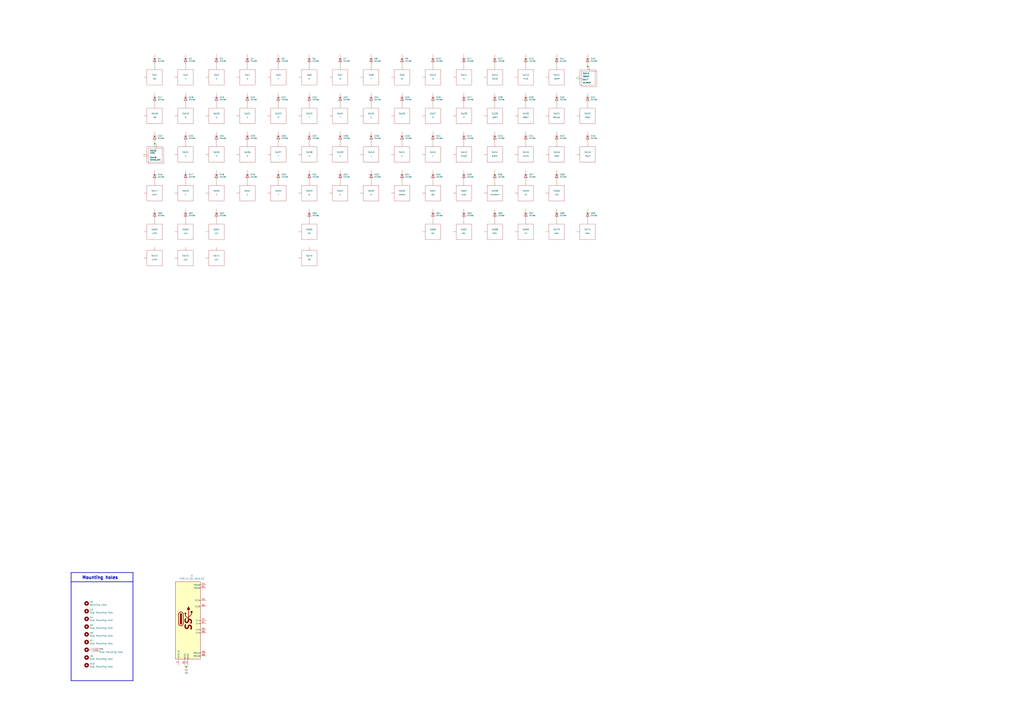
<source format=kicad_sch>
(kicad_sch (version 20200618) (host eeschema "(5.99.0-2039-g05a89863c)")
  (page 1 1)
  (paper "A1")
  (title_block (title "Anticheww") (date "2020-07-03") (rev "V2.0.1") (company "Designed by Gondolindrim") (comment 1 "In partnership with Chewwy"))
  (junction (at 127 118.11))
  (junction (at 153.035 548.005))
  (junction (at 482.6 54.61))
  (wire (pts (xy 118.11 127) (xy 118.11 128.27)))
  (wire (pts (xy 118.11 128.27) (xy 119.38 128.27)))
  (wire (pts (xy 127 44.45) (xy 127 45.72)))
  (wire (pts (xy 127 53.34) (xy 127 54.61)))
  (wire (pts (xy 127 76.2) (xy 127 77.47)))
  (wire (pts (xy 127 85.09) (xy 127 86.36)))
  (wire (pts (xy 127 107.95) (xy 127 109.22)))
  (wire (pts (xy 127 116.84) (xy 127 118.11)))
  (wire (pts (xy 127 118.11) (xy 128.27 118.11)))
  (wire (pts (xy 127 139.7) (xy 127 140.97)))
  (wire (pts (xy 127 148.59) (xy 127 149.86)))
  (wire (pts (xy 127 171.45) (xy 127 172.72)))
  (wire (pts (xy 127 180.34) (xy 127 181.61)))
  (wire (pts (xy 128.27 118.11) (xy 128.27 119.38)))
  (wire (pts (xy 151.765 546.735) (xy 151.765 548.005)))
  (wire (pts (xy 151.765 548.005) (xy 153.035 548.005)))
  (wire (pts (xy 152.4 44.45) (xy 152.4 45.72)))
  (wire (pts (xy 152.4 53.34) (xy 152.4 54.61)))
  (wire (pts (xy 152.4 76.2) (xy 152.4 77.47)))
  (wire (pts (xy 152.4 85.09) (xy 152.4 86.36)))
  (wire (pts (xy 152.4 107.95) (xy 152.4 109.22)))
  (wire (pts (xy 152.4 116.84) (xy 152.4 118.11)))
  (wire (pts (xy 152.4 139.7) (xy 152.4 140.97)))
  (wire (pts (xy 152.4 148.59) (xy 152.4 149.86)))
  (wire (pts (xy 152.4 171.45) (xy 152.4 172.72)))
  (wire (pts (xy 152.4 180.34) (xy 152.4 181.61)))
  (wire (pts (xy 153.035 548.005) (xy 153.035 549.275)))
  (wire (pts (xy 153.035 548.005) (xy 154.305 548.005)))
  (wire (pts (xy 154.305 548.005) (xy 154.305 546.735)))
  (wire (pts (xy 177.8 44.45) (xy 177.8 45.72)))
  (wire (pts (xy 177.8 53.34) (xy 177.8 54.61)))
  (wire (pts (xy 177.8 76.2) (xy 177.8 77.47)))
  (wire (pts (xy 177.8 85.09) (xy 177.8 86.36)))
  (wire (pts (xy 177.8 107.95) (xy 177.8 109.22)))
  (wire (pts (xy 177.8 116.84) (xy 177.8 118.11)))
  (wire (pts (xy 177.8 139.7) (xy 177.8 140.97)))
  (wire (pts (xy 177.8 148.59) (xy 177.8 149.86)))
  (wire (pts (xy 177.8 171.45) (xy 177.8 172.72)))
  (wire (pts (xy 177.8 180.34) (xy 177.8 181.61)))
  (wire (pts (xy 203.2 44.45) (xy 203.2 45.72)))
  (wire (pts (xy 203.2 53.34) (xy 203.2 54.61)))
  (wire (pts (xy 203.2 76.2) (xy 203.2 77.47)))
  (wire (pts (xy 203.2 85.09) (xy 203.2 86.36)))
  (wire (pts (xy 203.2 107.95) (xy 203.2 109.22)))
  (wire (pts (xy 203.2 116.84) (xy 203.2 118.11)))
  (wire (pts (xy 203.2 139.7) (xy 203.2 140.97)))
  (wire (pts (xy 203.2 148.59) (xy 203.2 149.86)))
  (wire (pts (xy 228.6 44.45) (xy 228.6 45.72)))
  (wire (pts (xy 228.6 53.34) (xy 228.6 54.61)))
  (wire (pts (xy 228.6 76.2) (xy 228.6 77.47)))
  (wire (pts (xy 228.6 85.09) (xy 228.6 86.36)))
  (wire (pts (xy 228.6 107.95) (xy 228.6 109.22)))
  (wire (pts (xy 228.6 116.84) (xy 228.6 118.11)))
  (wire (pts (xy 228.6 139.7) (xy 228.6 140.97)))
  (wire (pts (xy 228.6 148.59) (xy 228.6 149.86)))
  (wire (pts (xy 254 44.45) (xy 254 45.72)))
  (wire (pts (xy 254 53.34) (xy 254 54.61)))
  (wire (pts (xy 254 76.2) (xy 254 77.47)))
  (wire (pts (xy 254 85.09) (xy 254 86.36)))
  (wire (pts (xy 254 107.95) (xy 254 109.22)))
  (wire (pts (xy 254 116.84) (xy 254 118.11)))
  (wire (pts (xy 254 139.7) (xy 254 140.97)))
  (wire (pts (xy 254 148.59) (xy 254 149.86)))
  (wire (pts (xy 254 171.45) (xy 254 172.72)))
  (wire (pts (xy 254 180.34) (xy 254 181.61)))
  (wire (pts (xy 279.4 44.45) (xy 279.4 45.72)))
  (wire (pts (xy 279.4 53.34) (xy 279.4 54.61)))
  (wire (pts (xy 279.4 76.2) (xy 279.4 77.47)))
  (wire (pts (xy 279.4 85.09) (xy 279.4 86.36)))
  (wire (pts (xy 279.4 107.95) (xy 279.4 109.22)))
  (wire (pts (xy 279.4 116.84) (xy 279.4 118.11)))
  (wire (pts (xy 279.4 139.7) (xy 279.4 140.97)))
  (wire (pts (xy 279.4 148.59) (xy 279.4 149.86)))
  (wire (pts (xy 304.8 44.45) (xy 304.8 45.72)))
  (wire (pts (xy 304.8 53.34) (xy 304.8 54.61)))
  (wire (pts (xy 304.8 76.2) (xy 304.8 77.47)))
  (wire (pts (xy 304.8 85.09) (xy 304.8 86.36)))
  (wire (pts (xy 304.8 107.95) (xy 304.8 109.22)))
  (wire (pts (xy 304.8 116.84) (xy 304.8 118.11)))
  (wire (pts (xy 304.8 139.7) (xy 304.8 140.97)))
  (wire (pts (xy 304.8 148.59) (xy 304.8 149.86)))
  (wire (pts (xy 330.2 44.45) (xy 330.2 45.72)))
  (wire (pts (xy 330.2 53.34) (xy 330.2 54.61)))
  (wire (pts (xy 330.2 76.2) (xy 330.2 77.47)))
  (wire (pts (xy 330.2 85.09) (xy 330.2 86.36)))
  (wire (pts (xy 330.2 107.95) (xy 330.2 109.22)))
  (wire (pts (xy 330.2 116.84) (xy 330.2 118.11)))
  (wire (pts (xy 330.2 139.7) (xy 330.2 140.97)))
  (wire (pts (xy 330.2 148.59) (xy 330.2 149.86)))
  (wire (pts (xy 355.6 44.45) (xy 355.6 45.72)))
  (wire (pts (xy 355.6 53.34) (xy 355.6 54.61)))
  (wire (pts (xy 355.6 76.2) (xy 355.6 77.47)))
  (wire (pts (xy 355.6 85.09) (xy 355.6 86.36)))
  (wire (pts (xy 355.6 107.95) (xy 355.6 109.22)))
  (wire (pts (xy 355.6 116.84) (xy 355.6 118.11)))
  (wire (pts (xy 355.6 139.7) (xy 355.6 140.97)))
  (wire (pts (xy 355.6 148.59) (xy 355.6 149.86)))
  (wire (pts (xy 355.6 171.45) (xy 355.6 172.72)))
  (wire (pts (xy 355.6 180.34) (xy 355.6 181.61)))
  (wire (pts (xy 381 44.45) (xy 381 45.72)))
  (wire (pts (xy 381 53.34) (xy 381 54.61)))
  (wire (pts (xy 381 76.2) (xy 381 77.47)))
  (wire (pts (xy 381 85.09) (xy 381 86.36)))
  (wire (pts (xy 381 107.95) (xy 381 109.22)))
  (wire (pts (xy 381 116.84) (xy 381 118.11)))
  (wire (pts (xy 381 139.7) (xy 381 140.97)))
  (wire (pts (xy 381 148.59) (xy 381 149.86)))
  (wire (pts (xy 381 171.45) (xy 381 172.72)))
  (wire (pts (xy 381 180.34) (xy 381 181.61)))
  (wire (pts (xy 406.4 44.45) (xy 406.4 45.72)))
  (wire (pts (xy 406.4 53.34) (xy 406.4 54.61)))
  (wire (pts (xy 406.4 76.2) (xy 406.4 77.47)))
  (wire (pts (xy 406.4 85.09) (xy 406.4 86.36)))
  (wire (pts (xy 406.4 107.95) (xy 406.4 109.22)))
  (wire (pts (xy 406.4 116.84) (xy 406.4 118.11)))
  (wire (pts (xy 406.4 139.7) (xy 406.4 140.97)))
  (wire (pts (xy 406.4 148.59) (xy 406.4 149.86)))
  (wire (pts (xy 406.4 171.45) (xy 406.4 172.72)))
  (wire (pts (xy 406.4 180.34) (xy 406.4 181.61)))
  (wire (pts (xy 431.8 44.45) (xy 431.8 45.72)))
  (wire (pts (xy 431.8 53.34) (xy 431.8 54.61)))
  (wire (pts (xy 431.8 76.2) (xy 431.8 77.47)))
  (wire (pts (xy 431.8 85.09) (xy 431.8 86.36)))
  (wire (pts (xy 431.8 107.95) (xy 431.8 109.22)))
  (wire (pts (xy 431.8 116.84) (xy 431.8 118.11)))
  (wire (pts (xy 431.8 139.7) (xy 431.8 140.97)))
  (wire (pts (xy 431.8 148.59) (xy 431.8 149.86)))
  (wire (pts (xy 431.8 171.45) (xy 431.8 172.72)))
  (wire (pts (xy 431.8 180.34) (xy 431.8 181.61)))
  (wire (pts (xy 457.2 44.45) (xy 457.2 45.72)))
  (wire (pts (xy 457.2 53.34) (xy 457.2 54.61)))
  (wire (pts (xy 457.2 76.2) (xy 457.2 77.47)))
  (wire (pts (xy 457.2 85.09) (xy 457.2 86.36)))
  (wire (pts (xy 457.2 107.95) (xy 457.2 109.22)))
  (wire (pts (xy 457.2 116.84) (xy 457.2 118.11)))
  (wire (pts (xy 457.2 139.7) (xy 457.2 140.97)))
  (wire (pts (xy 457.2 148.59) (xy 457.2 149.86)))
  (wire (pts (xy 457.2 171.45) (xy 457.2 172.72)))
  (wire (pts (xy 457.2 180.34) (xy 457.2 181.61)))
  (wire (pts (xy 473.71 63.5) (xy 473.71 64.77)))
  (wire (pts (xy 473.71 64.77) (xy 474.98 64.77)))
  (wire (pts (xy 482.6 44.45) (xy 482.6 45.72)))
  (wire (pts (xy 482.6 53.34) (xy 482.6 54.61)))
  (wire (pts (xy 482.6 54.61) (xy 483.87 54.61)))
  (wire (pts (xy 482.6 76.2) (xy 482.6 77.47)))
  (wire (pts (xy 482.6 85.09) (xy 482.6 86.36)))
  (wire (pts (xy 482.6 107.95) (xy 482.6 109.22)))
  (wire (pts (xy 482.6 116.84) (xy 482.6 118.11)))
  (wire (pts (xy 482.6 171.45) (xy 482.6 172.72)))
  (wire (pts (xy 482.6 180.34) (xy 482.6 181.61)))
  (wire (pts (xy 483.87 54.61) (xy 483.87 55.88)))
  (polyline (pts (xy 58.42 470.535) (xy 109.22 470.535)) (stroke (width 0.508) (type solid)))
  (polyline (pts (xy 58.42 478.155) (xy 109.22 478.155)) (stroke (width 0.508) (type solid)))
  (polyline (pts (xy 58.42 559.435) (xy 58.42 470.535)) (stroke (width 0.508) (type solid)))
  (polyline (pts (xy 109.22 470.535) (xy 109.22 559.435)) (stroke (width 0.508) (type solid)))
  (polyline (pts (xy 109.22 478.155) (xy 109.22 477.52)) (stroke (width 0) (type solid)))
  (polyline (pts (xy 109.22 559.435) (xy 58.42 559.435)) (stroke (width 0.508) (type solid)))
  (text "Mounting holes" (at 67.31 476.25 0) (effects (font (size 2.54 2.54) (thickness 0.508) bold) (justify left bottom)))
  (global_label "CASE" (shape input) (at 74.93 534.035 0))
  (symbol (lib_id "power:GND") (at 153.035 549.275 0) (unit 1)
    (property "Reference" "#PWR0101" (effects hide))
    (property "Value" "GND" (at 153.035 553.085 0) (effects (font (size 0.762 0.762))))
  )
  (symbol (lib_id "Mechanical:MountingHole") (at 71.12 495.935 0) (unit 1) (in_bom no)
    (property "Reference" "H2" (at 73.66 494.7666 0) (effects (justify left)))
    (property "Value" "Mounting Hole" (at 73.66 497.078 0) (effects (justify left)))
    (property "Footprint" "acheron_MountingHoles:MountingHole_Oval_7mm_5.0x2.5mm_Leafspring" (effects hide))
  )
  (symbol (lib_id "Mechanical:MountingHole") (at 71.12 502.285 0) (unit 1) (in_bom no)
    (property "Reference" "H3" (at 73.66 501.1166 0) (effects (justify left)))
    (property "Value" "Oval Mounting Hole" (at 73.66 503.428 0) (effects (justify left)))
    (property "Footprint" "acheron_MountingHoles:MountingHole_Oval_7mm_5.0x2.5mm_Leafspring" (effects hide))
  )
  (symbol (lib_id "Mechanical:MountingHole") (at 71.12 508.635 0) (unit 1) (in_bom no)
    (property "Reference" "H4" (at 73.66 507.4666 0) (effects (justify left)))
    (property "Value" "Oval Mounting Hole" (at 73.66 509.778 0) (effects (justify left)))
    (property "Footprint" "acheron_MountingHoles:MountingHole_Oval_7mm_5.0x2.5mm_Leafspring" (effects hide))
  )
  (symbol (lib_id "Mechanical:MountingHole") (at 71.12 514.985 0) (unit 1) (in_bom no)
    (property "Reference" "H5" (at 73.66 513.8166 0) (effects (justify left)))
    (property "Value" "Oval Mounting Hole" (at 73.66 516.128 0) (effects (justify left)))
    (property "Footprint" "acheron_MountingHoles:MountingHole_Oval_7mm_5.0x2.5mm_Leafspring" (effects hide))
  )
  (symbol (lib_id "Mechanical:MountingHole") (at 71.12 521.335 0) (unit 1) (in_bom no)
    (property "Reference" "H6" (at 73.66 520.1666 0) (effects (justify left)))
    (property "Value" "Oval Mounting Hole" (at 73.66 522.478 0) (effects (justify left)))
    (property "Footprint" "acheron_MountingHoles:MountingHole_Oval_7mm_5.0x2.5mm_Leafspring" (effects hide))
  )
  (symbol (lib_id "Mechanical:MountingHole") (at 71.12 527.685 0) (unit 1) (in_bom no)
    (property "Reference" "H7" (at 73.66 526.5166 0) (effects (justify left)))
    (property "Value" "Oval Mounting Hole" (at 73.66 528.828 0) (effects (justify left)))
    (property "Footprint" "acheron_MountingHoles:MountingHole_Oval_7mm_5.0x2.5mm_Leafspring" (effects hide))
  )
  (symbol (lib_id "Mechanical:MountingHole") (at 71.12 540.385 0) (unit 1) (in_bom no)
    (property "Reference" "H9" (at 73.66 539.2166 0) (effects (justify left)))
    (property "Value" "Oval Mounting Hole" (at 73.66 541.528 0) (effects (justify left)))
    (property "Footprint" "acheron_MountingHoles:MountingHole_Oval_7mm_5.0x2.5mm_Leafspring" (effects hide))
  )
  (symbol (lib_id "Mechanical:MountingHole") (at 71.12 546.735 0) (unit 1) (in_bom no)
    (property "Reference" "H10" (at 73.66 545.5666 0) (effects (justify left)))
    (property "Value" "Oval Mounting Hole" (at 73.66 547.878 0) (effects (justify left)))
    (property "Footprint" "acheron_MountingHoles:MountingHole_Oval_7mm_5.0x2.5mm_Leafspring" (effects hide))
  )
  (symbol (lib_id "Mechanical:MountingHole_Pad") (at 72.39 534.035 90) (unit 1) (in_bom no)
    (property "Reference" "H8" (at 81.915 533.4 90) (effects (justify right)))
    (property "Value" "Oval Mounting Hole" (at 81.915 535.94 90) (effects (justify right)))
    (property "Footprint" "acheron_MountingHoles:MountingHole_Oval_7mm_5.0x2.5mm_Leafspring" (effects hide))
  )
  (symbol (lib_id "Device:D") (at 127 49.53 270) (unit 1)
    (property "Reference" "D1" (at 129.54 48.26 90) (effects (justify left)))
    (property "Value" "1N4148W" (at 129.54 50.165 90) (effects (font (size 0.762 0.762)) (justify left)))
    (property "Footprint" "acheron_Components:D_SOD-123" (effects hide))
    (property "Package" "SOD-123" (effects hide))
  )
  (symbol (lib_id "Device:D") (at 127 81.28 270) (unit 1)
    (property "Reference" "D17" (at 129.54 80.01 90) (effects (justify left)))
    (property "Value" "1N4148W" (at 129.54 81.915 90) (effects (font (size 0.762 0.762)) (justify left)))
    (property "Footprint" "acheron_Components:D_SOD-123" (effects hide))
    (property "Package" "SOD-123" (effects hide))
  )
  (symbol (lib_id "Device:D") (at 127 113.03 270) (unit 1)
    (property "Reference" "D32" (at 129.54 111.76 90) (effects (justify left)))
    (property "Value" "1N4148W" (at 129.54 113.665 90) (effects (font (size 0.762 0.762)) (justify left)))
    (property "Footprint" "acheron_Components:D_SOD-123" (effects hide))
    (property "Package" "SOD-123" (effects hide))
  )
  (symbol (lib_id "Device:D") (at 127 144.78 270) (unit 1)
    (property "Reference" "D46" (at 129.54 143.51 90) (effects (justify left)))
    (property "Value" "1N4148W" (at 129.54 145.415 90) (effects (font (size 0.762 0.762)) (justify left)))
    (property "Footprint" "acheron_Components:D_SOD-123" (effects hide))
    (property "Package" "SOD-123" (effects hide))
  )
  (symbol (lib_id "Device:D") (at 127 176.53 270) (unit 1)
    (property "Reference" "D60" (at 129.54 175.26 90) (effects (justify left)))
    (property "Value" "1N4148W" (at 129.54 177.165 90) (effects (font (size 0.762 0.762)) (justify left)))
    (property "Footprint" "acheron_Components:D_SOD-123" (effects hide))
    (property "Package" "SOD-123" (effects hide))
  )
  (symbol (lib_id "Device:D") (at 152.4 49.53 270) (unit 1)
    (property "Reference" "D2" (at 154.94 48.26 90) (effects (justify left)))
    (property "Value" "1N4148W" (at 154.94 50.165 90) (effects (font (size 0.762 0.762)) (justify left)))
    (property "Footprint" "acheron_Components:D_SOD-123" (effects hide))
    (property "Package" "SOD-123" (effects hide))
  )
  (symbol (lib_id "Device:D") (at 152.4 81.28 270) (unit 1)
    (property "Reference" "D18" (at 154.94 80.01 90) (effects (justify left)))
    (property "Value" "1N4148W" (at 154.94 81.915 90) (effects (font (size 0.762 0.762)) (justify left)))
    (property "Footprint" "acheron_Components:D_SOD-123" (effects hide))
    (property "Package" "SOD-123" (effects hide))
  )
  (symbol (lib_id "Device:D") (at 152.4 113.03 270) (unit 1)
    (property "Reference" "D33" (at 154.94 111.76 90) (effects (justify left)))
    (property "Value" "1N4148W" (at 154.94 113.665 90) (effects (font (size 0.762 0.762)) (justify left)))
    (property "Footprint" "acheron_Components:D_SOD-123" (effects hide))
    (property "Package" "SOD-123" (effects hide))
  )
  (symbol (lib_id "Device:D") (at 152.4 144.78 270) (unit 1)
    (property "Reference" "D47" (at 154.94 143.51 90) (effects (justify left)))
    (property "Value" "1N4148W" (at 154.94 145.415 90) (effects (font (size 0.762 0.762)) (justify left)))
    (property "Footprint" "acheron_Components:D_SOD-123" (effects hide))
    (property "Package" "SOD-123" (effects hide))
  )
  (symbol (lib_id "Device:D") (at 152.4 176.53 270) (unit 1)
    (property "Reference" "D61" (at 154.94 175.26 90) (effects (justify left)))
    (property "Value" "1N4148W" (at 154.94 177.165 90) (effects (font (size 0.762 0.762)) (justify left)))
    (property "Footprint" "acheron_Components:D_SOD-123" (effects hide))
    (property "Package" "SOD-123" (effects hide))
  )
  (symbol (lib_id "Device:D") (at 177.8 49.53 270) (unit 1)
    (property "Reference" "D3" (at 180.34 48.26 90) (effects (justify left)))
    (property "Value" "1N4148W" (at 180.34 50.165 90) (effects (font (size 0.762 0.762)) (justify left)))
    (property "Footprint" "acheron_Components:D_SOD-123" (effects hide))
    (property "Package" "SOD-123" (effects hide))
  )
  (symbol (lib_id "Device:D") (at 177.8 81.28 270) (unit 1)
    (property "Reference" "D19" (at 180.34 80.01 90) (effects (justify left)))
    (property "Value" "1N4148W" (at 180.34 81.915 90) (effects (font (size 0.762 0.762)) (justify left)))
    (property "Footprint" "acheron_Components:D_SOD-123" (effects hide))
    (property "Package" "SOD-123" (effects hide))
  )
  (symbol (lib_id "Device:D") (at 177.8 113.03 270) (unit 1)
    (property "Reference" "D34" (at 180.34 111.76 90) (effects (justify left)))
    (property "Value" "1N4148W" (at 180.34 113.665 90) (effects (font (size 0.762 0.762)) (justify left)))
    (property "Footprint" "acheron_Components:D_SOD-123" (effects hide))
    (property "Package" "SOD-123" (effects hide))
  )
  (symbol (lib_id "Device:D") (at 177.8 144.78 270) (unit 1)
    (property "Reference" "D48" (at 180.34 143.51 90) (effects (justify left)))
    (property "Value" "1N4148W" (at 180.34 145.415 90) (effects (font (size 0.762 0.762)) (justify left)))
    (property "Footprint" "acheron_Components:D_SOD-123" (effects hide))
    (property "Package" "SOD-123" (effects hide))
  )
  (symbol (lib_id "Device:D") (at 177.8 176.53 270) (unit 1)
    (property "Reference" "D62" (at 180.34 175.26 90) (effects (justify left)))
    (property "Value" "1N4148W" (at 180.34 177.165 90) (effects (font (size 0.762 0.762)) (justify left)))
    (property "Footprint" "acheron_Components:D_SOD-123" (effects hide))
    (property "Package" "SOD-123" (effects hide))
  )
  (symbol (lib_id "Device:D") (at 203.2 49.53 270) (unit 1)
    (property "Reference" "D4" (at 205.74 48.26 90) (effects (justify left)))
    (property "Value" "1N4148W" (at 205.74 50.165 90) (effects (font (size 0.762 0.762)) (justify left)))
    (property "Footprint" "acheron_Components:D_SOD-123" (effects hide))
    (property "Package" "SOD-123" (effects hide))
  )
  (symbol (lib_id "Device:D") (at 203.2 81.28 270) (unit 1)
    (property "Reference" "D20" (at 205.74 80.01 90) (effects (justify left)))
    (property "Value" "1N4148W" (at 205.74 81.915 90) (effects (font (size 0.762 0.762)) (justify left)))
    (property "Footprint" "acheron_Components:D_SOD-123" (effects hide))
    (property "Package" "SOD-123" (effects hide))
  )
  (symbol (lib_id "Device:D") (at 203.2 113.03 270) (unit 1)
    (property "Reference" "D35" (at 205.74 111.76 90) (effects (justify left)))
    (property "Value" "1N4148W" (at 205.74 113.665 90) (effects (font (size 0.762 0.762)) (justify left)))
    (property "Footprint" "acheron_Components:D_SOD-123" (effects hide))
    (property "Package" "SOD-123" (effects hide))
  )
  (symbol (lib_id "Device:D") (at 203.2 144.78 270) (unit 1)
    (property "Reference" "D49" (at 205.74 143.51 90) (effects (justify left)))
    (property "Value" "1N4148W" (at 205.74 145.415 90) (effects (font (size 0.762 0.762)) (justify left)))
    (property "Footprint" "acheron_Components:D_SOD-123" (effects hide))
    (property "Package" "SOD-123" (effects hide))
  )
  (symbol (lib_id "Device:D") (at 228.6 49.53 270) (unit 1)
    (property "Reference" "D5" (at 231.14 48.26 90) (effects (justify left)))
    (property "Value" "1N4148W" (at 231.14 50.165 90) (effects (font (size 0.762 0.762)) (justify left)))
    (property "Footprint" "acheron_Components:D_SOD-123" (effects hide))
    (property "Package" "SOD-123" (effects hide))
  )
  (symbol (lib_id "Device:D") (at 228.6 81.28 270) (unit 1)
    (property "Reference" "D21" (at 231.14 80.01 90) (effects (justify left)))
    (property "Value" "1N4148W" (at 231.14 81.915 90) (effects (font (size 0.762 0.762)) (justify left)))
    (property "Footprint" "acheron_Components:D_SOD-123" (effects hide))
    (property "Package" "SOD-123" (effects hide))
  )
  (symbol (lib_id "Device:D") (at 228.6 113.03 270) (unit 1)
    (property "Reference" "D36" (at 231.14 111.76 90) (effects (justify left)))
    (property "Value" "1N4148W" (at 231.14 113.665 90) (effects (font (size 0.762 0.762)) (justify left)))
    (property "Footprint" "acheron_Components:D_SOD-123" (effects hide))
    (property "Package" "SOD-123" (effects hide))
  )
  (symbol (lib_id "Device:D") (at 228.6 144.78 270) (unit 1)
    (property "Reference" "D50" (at 231.14 143.51 90) (effects (justify left)))
    (property "Value" "1N4148W" (at 231.14 145.415 90) (effects (font (size 0.762 0.762)) (justify left)))
    (property "Footprint" "acheron_Components:D_SOD-123" (effects hide))
    (property "Package" "SOD-123" (effects hide))
  )
  (symbol (lib_id "Device:D") (at 254 49.53 270) (unit 1)
    (property "Reference" "D6" (at 256.54 48.26 90) (effects (justify left)))
    (property "Value" "1N4148W" (at 256.54 50.165 90) (effects (font (size 0.762 0.762)) (justify left)))
    (property "Footprint" "acheron_Components:D_SOD-123" (effects hide))
    (property "Package" "SOD-123" (effects hide))
  )
  (symbol (lib_id "Device:D") (at 254 81.28 270) (unit 1)
    (property "Reference" "D22" (at 256.54 80.01 90) (effects (justify left)))
    (property "Value" "1N4148W" (at 256.54 81.915 90) (effects (font (size 0.762 0.762)) (justify left)))
    (property "Footprint" "acheron_Components:D_SOD-123" (effects hide))
    (property "Package" "SOD-123" (effects hide))
  )
  (symbol (lib_id "Device:D") (at 254 113.03 270) (unit 1)
    (property "Reference" "D37" (at 256.54 111.76 90) (effects (justify left)))
    (property "Value" "1N4148W" (at 256.54 113.665 90) (effects (font (size 0.762 0.762)) (justify left)))
    (property "Footprint" "acheron_Components:D_SOD-123" (effects hide))
    (property "Package" "SOD-123" (effects hide))
  )
  (symbol (lib_id "Device:D") (at 254 144.78 270) (unit 1)
    (property "Reference" "D51" (at 256.54 143.51 90) (effects (justify left)))
    (property "Value" "1N4148W" (at 256.54 145.415 90) (effects (font (size 0.762 0.762)) (justify left)))
    (property "Footprint" "acheron_Components:D_SOD-123" (effects hide))
    (property "Package" "SOD-123" (effects hide))
  )
  (symbol (lib_id "Device:D") (at 254 176.53 270) (unit 1)
    (property "Reference" "D63" (at 256.54 175.26 90) (effects (justify left)))
    (property "Value" "1N4148W" (at 256.54 177.165 90) (effects (font (size 0.762 0.762)) (justify left)))
    (property "Footprint" "acheron_Components:D_SOD-123" (effects hide))
    (property "Package" "SOD-123" (effects hide))
  )
  (symbol (lib_id "Device:D") (at 279.4 49.53 270) (unit 1)
    (property "Reference" "D7" (at 281.94 48.26 90) (effects (justify left)))
    (property "Value" "1N4148W" (at 281.94 50.165 90) (effects (font (size 0.762 0.762)) (justify left)))
    (property "Footprint" "acheron_Components:D_SOD-123" (effects hide))
    (property "Package" "SOD-123" (effects hide))
  )
  (symbol (lib_id "Device:D") (at 279.4 81.28 270) (unit 1)
    (property "Reference" "D23" (at 281.94 80.01 90) (effects (justify left)))
    (property "Value" "1N4148W" (at 281.94 81.915 90) (effects (font (size 0.762 0.762)) (justify left)))
    (property "Footprint" "acheron_Components:D_SOD-123" (effects hide))
    (property "Package" "SOD-123" (effects hide))
  )
  (symbol (lib_id "Device:D") (at 279.4 113.03 270) (unit 1)
    (property "Reference" "D38" (at 281.94 111.76 90) (effects (justify left)))
    (property "Value" "1N4148W" (at 281.94 113.665 90) (effects (font (size 0.762 0.762)) (justify left)))
    (property "Footprint" "acheron_Components:D_SOD-123" (effects hide))
    (property "Package" "SOD-123" (effects hide))
  )
  (symbol (lib_id "Device:D") (at 279.4 144.78 270) (unit 1)
    (property "Reference" "D52" (at 281.94 143.51 90) (effects (justify left)))
    (property "Value" "1N4148W" (at 281.94 145.415 90) (effects (font (size 0.762 0.762)) (justify left)))
    (property "Footprint" "acheron_Components:D_SOD-123" (effects hide))
    (property "Package" "SOD-123" (effects hide))
  )
  (symbol (lib_id "Device:D") (at 304.8 49.53 270) (unit 1)
    (property "Reference" "D8" (at 307.34 48.26 90) (effects (justify left)))
    (property "Value" "1N4148W" (at 307.34 50.165 90) (effects (font (size 0.762 0.762)) (justify left)))
    (property "Footprint" "acheron_Components:D_SOD-123" (effects hide))
    (property "Package" "SOD-123" (effects hide))
  )
  (symbol (lib_id "Device:D") (at 304.8 81.28 270) (unit 1)
    (property "Reference" "D24" (at 307.34 80.01 90) (effects (justify left)))
    (property "Value" "1N4148W" (at 307.34 81.915 90) (effects (font (size 0.762 0.762)) (justify left)))
    (property "Footprint" "acheron_Components:D_SOD-123" (effects hide))
    (property "Package" "SOD-123" (effects hide))
  )
  (symbol (lib_id "Device:D") (at 304.8 113.03 270) (unit 1)
    (property "Reference" "D39" (at 307.34 111.76 90) (effects (justify left)))
    (property "Value" "1N4148W" (at 307.34 113.665 90) (effects (font (size 0.762 0.762)) (justify left)))
    (property "Footprint" "acheron_Components:D_SOD-123" (effects hide))
    (property "Package" "SOD-123" (effects hide))
  )
  (symbol (lib_id "Device:D") (at 304.8 144.78 270) (unit 1)
    (property "Reference" "D53" (at 307.34 143.51 90) (effects (justify left)))
    (property "Value" "1N4148W" (at 307.34 145.415 90) (effects (font (size 0.762 0.762)) (justify left)))
    (property "Footprint" "acheron_Components:D_SOD-123" (effects hide))
    (property "Package" "SOD-123" (effects hide))
  )
  (symbol (lib_id "Device:D") (at 330.2 49.53 270) (unit 1)
    (property "Reference" "D9" (at 332.74 48.26 90) (effects (justify left)))
    (property "Value" "1N4148W" (at 332.74 50.165 90) (effects (font (size 0.762 0.762)) (justify left)))
    (property "Footprint" "acheron_Components:D_SOD-123" (effects hide))
    (property "Package" "SOD-123" (effects hide))
  )
  (symbol (lib_id "Device:D") (at 330.2 81.28 270) (unit 1)
    (property "Reference" "D25" (at 332.74 80.01 90) (effects (justify left)))
    (property "Value" "1N4148W" (at 332.74 81.915 90) (effects (font (size 0.762 0.762)) (justify left)))
    (property "Footprint" "acheron_Components:D_SOD-123" (effects hide))
    (property "Package" "SOD-123" (effects hide))
  )
  (symbol (lib_id "Device:D") (at 330.2 113.03 270) (unit 1)
    (property "Reference" "D40" (at 332.74 111.76 90) (effects (justify left)))
    (property "Value" "1N4148W" (at 332.74 113.665 90) (effects (font (size 0.762 0.762)) (justify left)))
    (property "Footprint" "acheron_Components:D_SOD-123" (effects hide))
    (property "Package" "SOD-123" (effects hide))
  )
  (symbol (lib_id "Device:D") (at 330.2 144.78 270) (unit 1)
    (property "Reference" "D54" (at 332.74 143.51 90) (effects (justify left)))
    (property "Value" "1N4148W" (at 332.74 145.415 90) (effects (font (size 0.762 0.762)) (justify left)))
    (property "Footprint" "acheron_Components:D_SOD-123" (effects hide))
    (property "Package" "SOD-123" (effects hide))
  )
  (symbol (lib_id "Device:D") (at 355.6 49.53 270) (unit 1)
    (property "Reference" "D10" (at 358.14 48.26 90) (effects (justify left)))
    (property "Value" "1N4148W" (at 358.14 50.165 90) (effects (font (size 0.762 0.762)) (justify left)))
    (property "Footprint" "acheron_Components:D_SOD-123" (effects hide))
    (property "Package" "SOD-123" (effects hide))
  )
  (symbol (lib_id "Device:D") (at 355.6 81.28 270) (unit 1)
    (property "Reference" "D26" (at 358.14 80.01 90) (effects (justify left)))
    (property "Value" "1N4148W" (at 358.14 81.915 90) (effects (font (size 0.762 0.762)) (justify left)))
    (property "Footprint" "acheron_Components:D_SOD-123" (effects hide))
    (property "Package" "SOD-123" (effects hide))
  )
  (symbol (lib_id "Device:D") (at 355.6 113.03 270) (unit 1)
    (property "Reference" "D41" (at 358.14 111.76 90) (effects (justify left)))
    (property "Value" "1N4148W" (at 358.14 113.665 90) (effects (font (size 0.762 0.762)) (justify left)))
    (property "Footprint" "acheron_Components:D_SOD-123" (effects hide))
    (property "Package" "SOD-123" (effects hide))
  )
  (symbol (lib_id "Device:D") (at 355.6 144.78 270) (unit 1)
    (property "Reference" "D55" (at 358.14 143.51 90) (effects (justify left)))
    (property "Value" "1N4148W" (at 358.14 145.415 90) (effects (font (size 0.762 0.762)) (justify left)))
    (property "Footprint" "acheron_Components:D_SOD-123" (effects hide))
    (property "Package" "SOD-123" (effects hide))
  )
  (symbol (lib_id "Device:D") (at 355.6 176.53 270) (unit 1)
    (property "Reference" "D64" (at 358.14 175.26 90) (effects (justify left)))
    (property "Value" "1N4148W" (at 358.14 177.165 90) (effects (font (size 0.762 0.762)) (justify left)))
    (property "Footprint" "acheron_Components:D_SOD-123" (effects hide))
    (property "Package" "SOD-123" (effects hide))
  )
  (symbol (lib_id "Device:D") (at 381 49.53 270) (unit 1)
    (property "Reference" "D11" (at 383.54 48.26 90) (effects (justify left)))
    (property "Value" "1N4148W" (at 383.54 50.165 90) (effects (font (size 0.762 0.762)) (justify left)))
    (property "Footprint" "acheron_Components:D_SOD-123" (effects hide))
    (property "Package" "SOD-123" (effects hide))
  )
  (symbol (lib_id "Device:D") (at 381 81.28 270) (unit 1)
    (property "Reference" "D27" (at 383.54 80.01 90) (effects (justify left)))
    (property "Value" "1N4148W" (at 383.54 81.915 90) (effects (font (size 0.762 0.762)) (justify left)))
    (property "Footprint" "acheron_Components:D_SOD-123" (effects hide))
    (property "Package" "SOD-123" (effects hide))
  )
  (symbol (lib_id "Device:D") (at 381 113.03 270) (unit 1)
    (property "Reference" "D42" (at 383.54 111.76 90) (effects (justify left)))
    (property "Value" "1N4148W" (at 383.54 113.665 90) (effects (font (size 0.762 0.762)) (justify left)))
    (property "Footprint" "acheron_Components:D_SOD-123" (effects hide))
    (property "Package" "SOD-123" (effects hide))
  )
  (symbol (lib_id "Device:D") (at 381 144.78 270) (unit 1)
    (property "Reference" "D59" (at 383.54 143.51 90) (effects (justify left)))
    (property "Value" "1N4148W" (at 383.54 145.415 90) (effects (font (size 0.762 0.762)) (justify left)))
    (property "Footprint" "acheron_Components:D_SOD-123" (effects hide))
    (property "Package" "SOD-123" (effects hide))
  )
  (symbol (lib_id "Device:D") (at 381 176.53 270) (unit 1)
    (property "Reference" "D65" (at 383.54 175.26 90) (effects (justify left)))
    (property "Value" "1N4148W" (at 383.54 177.165 90) (effects (font (size 0.762 0.762)) (justify left)))
    (property "Footprint" "acheron_Components:D_SOD-123" (effects hide))
    (property "Package" "SOD-123" (effects hide))
  )
  (symbol (lib_id "Device:D") (at 406.4 49.53 270) (unit 1)
    (property "Reference" "D12" (at 408.94 48.26 90) (effects (justify left)))
    (property "Value" "1N4148W" (at 408.94 50.165 90) (effects (font (size 0.762 0.762)) (justify left)))
    (property "Footprint" "acheron_Components:D_SOD-123" (effects hide))
    (property "Package" "SOD-123" (effects hide))
  )
  (symbol (lib_id "Device:D") (at 406.4 81.28 270) (unit 1)
    (property "Reference" "D28" (at 408.94 80.01 90) (effects (justify left)))
    (property "Value" "1N4148W" (at 408.94 81.915 90) (effects (font (size 0.762 0.762)) (justify left)))
    (property "Footprint" "acheron_Components:D_SOD-123" (effects hide))
    (property "Package" "SOD-123" (effects hide))
  )
  (symbol (lib_id "Device:D") (at 406.4 113.03 270) (unit 1)
    (property "Reference" "D43" (at 408.94 111.76 90) (effects (justify left)))
    (property "Value" "1N4148W" (at 408.94 113.665 90) (effects (font (size 0.762 0.762)) (justify left)))
    (property "Footprint" "acheron_Components:D_SOD-123" (effects hide))
    (property "Package" "SOD-123" (effects hide))
  )
  (symbol (lib_id "Device:D") (at 406.4 144.78 270) (unit 1)
    (property "Reference" "D56" (at 408.94 143.51 90) (effects (justify left)))
    (property "Value" "1N4148W" (at 408.94 145.415 90) (effects (font (size 0.762 0.762)) (justify left)))
    (property "Footprint" "acheron_Components:D_SOD-123" (effects hide))
    (property "Package" "SOD-123" (effects hide))
  )
  (symbol (lib_id "Device:D") (at 406.4 176.53 270) (unit 1)
    (property "Reference" "D66" (at 408.94 175.26 90) (effects (justify left)))
    (property "Value" "1N4148W" (at 408.94 177.165 90) (effects (font (size 0.762 0.762)) (justify left)))
    (property "Footprint" "acheron_Components:D_SOD-123" (effects hide))
    (property "Package" "SOD-123" (effects hide))
  )
  (symbol (lib_id "Device:D") (at 431.8 49.53 270) (unit 1)
    (property "Reference" "D13" (at 434.34 48.26 90) (effects (justify left)))
    (property "Value" "1N4148W" (at 434.34 50.165 90) (effects (font (size 0.762 0.762)) (justify left)))
    (property "Footprint" "acheron_Components:D_SOD-123" (effects hide))
    (property "Package" "SOD-123" (effects hide))
  )
  (symbol (lib_id "Device:D") (at 431.8 81.28 270) (unit 1)
    (property "Reference" "D29" (at 434.34 80.01 90) (effects (justify left)))
    (property "Value" "1N4148W" (at 434.34 81.915 90) (effects (font (size 0.762 0.762)) (justify left)))
    (property "Footprint" "acheron_Components:D_SOD-123" (effects hide))
    (property "Package" "SOD-123" (effects hide))
  )
  (symbol (lib_id "Device:D") (at 431.8 113.03 270) (unit 1)
    (property "Reference" "D44" (at 434.34 111.76 90) (effects (justify left)))
    (property "Value" "1N4148W" (at 434.34 113.665 90) (effects (font (size 0.762 0.762)) (justify left)))
    (property "Footprint" "acheron_Components:D_SOD-123" (effects hide))
    (property "Package" "SOD-123" (effects hide))
  )
  (symbol (lib_id "Device:D") (at 431.8 144.78 270) (unit 1)
    (property "Reference" "D57" (at 434.34 143.51 90) (effects (justify left)))
    (property "Value" "1N4148W" (at 434.34 145.415 90) (effects (font (size 0.762 0.762)) (justify left)))
    (property "Footprint" "acheron_Components:D_SOD-123" (effects hide))
    (property "Package" "SOD-123" (effects hide))
  )
  (symbol (lib_id "Device:D") (at 431.8 176.53 270) (unit 1)
    (property "Reference" "D67" (at 434.34 175.26 90) (effects (justify left)))
    (property "Value" "1N4148W" (at 434.34 177.165 90) (effects (font (size 0.762 0.762)) (justify left)))
    (property "Footprint" "acheron_Components:D_SOD-123" (effects hide))
    (property "Package" "SOD-123" (effects hide))
  )
  (symbol (lib_id "Device:D") (at 457.2 49.53 270) (unit 1)
    (property "Reference" "D14" (at 459.74 48.26 90) (effects (justify left)))
    (property "Value" "1N4148W" (at 459.74 50.165 90) (effects (font (size 0.762 0.762)) (justify left)))
    (property "Footprint" "acheron_Components:D_SOD-123" (effects hide))
    (property "Package" "SOD-123" (effects hide))
  )
  (symbol (lib_id "Device:D") (at 457.2 81.28 270) (unit 1)
    (property "Reference" "D30" (at 459.74 80.01 90) (effects (justify left)))
    (property "Value" "1N4148W" (at 459.74 81.915 90) (effects (font (size 0.762 0.762)) (justify left)))
    (property "Footprint" "acheron_Components:D_SOD-123" (effects hide))
    (property "Package" "SOD-123" (effects hide))
  )
  (symbol (lib_id "Device:D") (at 457.2 113.03 270) (unit 1)
    (property "Reference" "D45" (at 459.74 111.76 90) (effects (justify left)))
    (property "Value" "1N4148W" (at 459.74 113.665 90) (effects (font (size 0.762 0.762)) (justify left)))
    (property "Footprint" "acheron_Components:D_SOD-123" (effects hide))
    (property "Package" "SOD-123" (effects hide))
  )
  (symbol (lib_id "Device:D") (at 457.2 144.78 270) (unit 1)
    (property "Reference" "D58" (at 459.74 143.51 90) (effects (justify left)))
    (property "Value" "1N4148W" (at 459.74 145.415 90) (effects (font (size 0.762 0.762)) (justify left)))
    (property "Footprint" "acheron_Components:D_SOD-123" (effects hide))
    (property "Package" "SOD-123" (effects hide))
  )
  (symbol (lib_id "Device:D") (at 457.2 176.53 270) (unit 1)
    (property "Reference" "D68" (at 459.74 175.26 90) (effects (justify left)))
    (property "Value" "1N4148W" (at 459.74 177.165 90) (effects (font (size 0.762 0.762)) (justify left)))
    (property "Footprint" "acheron_Components:D_SOD-123" (effects hide))
    (property "Package" "SOD-123" (effects hide))
  )
  (symbol (lib_id "Device:D") (at 482.6 49.53 270) (unit 1)
    (property "Reference" "D15" (at 485.14 48.26 90) (effects (justify left)))
    (property "Value" "1N4148W" (at 485.14 50.165 90) (effects (font (size 0.762 0.762)) (justify left)))
    (property "Footprint" "acheron_Components:D_SOD-123" (effects hide))
    (property "Package" "SOD-123" (effects hide))
  )
  (symbol (lib_id "Device:D") (at 482.6 81.28 270) (unit 1)
    (property "Reference" "D31" (at 485.14 80.01 90) (effects (justify left)))
    (property "Value" "1N4148W" (at 485.14 81.915 90) (effects (font (size 0.762 0.762)) (justify left)))
    (property "Footprint" "acheron_Components:D_SOD-123" (effects hide))
    (property "Package" "SOD-123" (effects hide))
  )
  (symbol (lib_id "Device:D") (at 482.6 113.03 270) (unit 1)
    (property "Reference" "D16" (at 485.14 111.76 90) (effects (justify left)))
    (property "Value" "1N4148W" (at 485.14 113.665 90) (effects (font (size 0.762 0.762)) (justify left)))
    (property "Footprint" "acheron_Components:D_SOD-123" (effects hide))
    (property "Package" "SOD-123" (effects hide))
  )
  (symbol (lib_id "Device:D") (at 482.6 176.53 270) (unit 1)
    (property "Reference" "D69" (at 485.14 175.26 90) (effects (justify left)))
    (property "Value" "1N4148W" (at 485.14 177.165 90) (effects (font (size 0.762 0.762)) (justify left)))
    (property "Footprint" "acheron_Components:D_SOD-123" (effects hide))
    (property "Package" "SOD-123" (effects hide))
  )
  (symbol (lib_id "acheronSymbols:MXSwitch") (at 127 63.5 0) (unit 1) (in_bom no)
    (property "Reference" "SW1" (at 127 61.595 0))
    (property "Value" "ESC" (at 127 64.77 0) (effects (font (size 0.9906 0.9906))))
    (property "Footprint" "acheron_MX_SolderMask:MX100" (effects hide))
  )
  (symbol (lib_id "acheronSymbols:MXSwitch") (at 127 95.25 0) (unit 1) (in_bom no)
    (property "Reference" "SW18" (at 127 93.345 0))
    (property "Value" "TAB" (at 127 96.52 0) (effects (font (size 0.9906 0.9906))))
    (property "Footprint" "acheron_MX_SolderMask:MX150" (effects hide))
  )
  (symbol (lib_id "acheronSymbols:MXSwitch") (at 127 127 0) (unit 1) (in_bom no)
    (property "Reference" "SW33" (at 123.19 123.825 0) (effects (justify left)))
    (property "Value" "CAPS" (at 123.19 125.73 0) (effects (font (size 0.9906 0.9906)) (justify left)))
    (property "Footprint" "acheron_MX_SolderMask:MX175" (effects hide))
  )
  (symbol (lib_id "acheronSymbols:MXSwitch") (at 127 158.75 0) (unit 1) (in_bom no)
    (property "Reference" "SW47" (at 127 156.845 0))
    (property "Value" "LSHFT" (at 127 160.02 0) (effects (font (size 0.9906 0.9906))))
    (property "Footprint" "acheron_MX_SolderMask:MX225" (effects hide))
  )
  (symbol (lib_id "acheronSymbols:MXSwitch") (at 127 190.5 0) (unit 1) (in_bom no)
    (property "Reference" "SW62" (at 127 188.595 0))
    (property "Value" "LCTRL" (at 127 191.77 0) (effects (font (size 0.9906 0.9906))))
    (property "Footprint" "acheron_MX_SolderMask:MX125" (effects hide))
  )
  (symbol (lib_id "acheronSymbols:MXSwitch") (at 127 212.09 0) (unit 1) (in_bom no)
    (property "Reference" "SW72" (at 127 210.185 0))
    (property "Value" "LCTRL" (at 127 213.36 0) (effects (font (size 0.9906 0.9906))))
    (property "Footprint" "acheron_MX_SolderMask:MX150" (effects hide))
  )
  (symbol (lib_id "acheronSymbols:MXSwitch") (at 128.27 128.27 0) (unit 1) (in_bom no)
    (property "Reference" "SW48" (at 123.19 129.54 0) (effects (justify left)))
    (property "Value" "STEPPED_CAPS" (at 123.19 131.445 0) (effects (font (size 0.762 0.762)) (justify left)))
    (property "Footprint" "acheron_MX_SolderMask:MX125" (effects hide))
  )
  (symbol (lib_id "acheronSymbols:MXSwitch") (at 152.4 63.5 0) (unit 1) (in_bom no)
    (property "Reference" "SW2" (at 152.4 61.595 0))
    (property "Value" "1" (at 152.4 64.77 0) (effects (font (size 0.9906 0.9906))))
    (property "Footprint" "acheron_MX_SolderMask:MX100" (effects hide))
  )
  (symbol (lib_id "acheronSymbols:MXSwitch") (at 152.4 95.25 0) (unit 1) (in_bom no)
    (property "Reference" "SW19" (at 152.4 93.345 0))
    (property "Value" "Q" (at 152.4 96.52 0) (effects (font (size 0.9906 0.9906))))
    (property "Footprint" "acheron_MX_SolderMask:MX100" (effects hide))
  )
  (symbol (lib_id "acheronSymbols:MXSwitch") (at 152.4 127 0) (unit 1) (in_bom no)
    (property "Reference" "SW34" (at 152.4 125.095 0))
    (property "Value" "A" (at 152.4 128.27 0) (effects (font (size 0.9906 0.9906))))
    (property "Footprint" "acheron_MX_SolderMask:MX100" (effects hide))
  )
  (symbol (lib_id "acheronSymbols:MXSwitch") (at 152.4 158.75 0) (unit 1) (in_bom no)
    (property "Reference" "SW49" (at 152.4 156.845 0))
    (property "Value" "Z" (at 152.4 160.02 0) (effects (font (size 0.9906 0.9906))))
    (property "Footprint" "acheron_MX_SolderMask:MX100" (effects hide))
  )
  (symbol (lib_id "acheronSymbols:MXSwitch") (at 152.4 190.5 0) (unit 1) (in_bom no)
    (property "Reference" "SW63" (at 152.4 188.595 0))
    (property "Value" "LGUI" (at 152.4 191.77 0) (effects (font (size 0.9906 0.9906))))
    (property "Footprint" "acheron_MX_SolderMask:MX125" (effects hide))
  )
  (symbol (lib_id "acheronSymbols:MXSwitch") (at 152.4 212.09 0) (unit 1) (in_bom no)
    (property "Reference" "SW73" (at 152.4 210.185 0))
    (property "Value" "LGUI" (at 152.4 213.36 0) (effects (font (size 0.9906 0.9906))))
    (property "Footprint" "acheron_MX_SolderMask:MX100" (effects hide))
  )
  (symbol (lib_id "acheronSymbols:MXSwitch") (at 177.8 63.5 0) (unit 1) (in_bom no)
    (property "Reference" "SW3" (at 177.8 61.595 0))
    (property "Value" "2" (at 177.8 64.77 0) (effects (font (size 0.9906 0.9906))))
    (property "Footprint" "acheron_MX_SolderMask:MX100" (effects hide))
  )
  (symbol (lib_id "acheronSymbols:MXSwitch") (at 177.8 95.25 0) (unit 1) (in_bom no)
    (property "Reference" "SW20" (at 177.8 93.345 0))
    (property "Value" "W" (at 177.8 96.52 0) (effects (font (size 0.9906 0.9906))))
    (property "Footprint" "acheron_MX_SolderMask:MX100" (effects hide))
  )
  (symbol (lib_id "acheronSymbols:MXSwitch") (at 177.8 127 0) (unit 1) (in_bom no)
    (property "Reference" "SW35" (at 177.8 125.095 0))
    (property "Value" "S" (at 177.8 128.27 0) (effects (font (size 0.9906 0.9906))))
    (property "Footprint" "acheron_MX_SolderMask:MX100" (effects hide))
  )
  (symbol (lib_id "acheronSymbols:MXSwitch") (at 177.8 158.75 0) (unit 1) (in_bom no)
    (property "Reference" "SW50" (at 177.8 156.845 0))
    (property "Value" "X" (at 177.8 160.02 0) (effects (font (size 0.9906 0.9906))))
    (property "Footprint" "acheron_MX_SolderMask:MX100" (effects hide))
  )
  (symbol (lib_id "acheronSymbols:MXSwitch") (at 177.8 190.5 0) (unit 1) (in_bom no)
    (property "Reference" "SW64" (at 177.8 188.595 0))
    (property "Value" "LALT" (at 177.8 191.77 0) (effects (font (size 0.9906 0.9906))))
    (property "Footprint" "acheron_MX_SolderMask:MX125" (effects hide))
  )
  (symbol (lib_id "acheronSymbols:MXSwitch") (at 177.8 212.09 0) (unit 1) (in_bom no)
    (property "Reference" "SW74" (at 177.8 210.185 0))
    (property "Value" "LALT" (at 177.8 213.36 0) (effects (font (size 0.9906 0.9906))))
    (property "Footprint" "acheron_MX_SolderMask:MX150" (effects hide))
  )
  (symbol (lib_id "acheronSymbols:MXSwitch") (at 203.2 63.5 0) (unit 1) (in_bom no)
    (property "Reference" "SW4" (at 203.2 61.595 0))
    (property "Value" "3" (at 203.2 64.77 0) (effects (font (size 0.9906 0.9906))))
    (property "Footprint" "acheron_MX_SolderMask:MX100" (effects hide))
  )
  (symbol (lib_id "acheronSymbols:MXSwitch") (at 203.2 95.25 0) (unit 1) (in_bom no)
    (property "Reference" "SW21" (at 203.2 93.345 0))
    (property "Value" "E" (at 203.2 96.52 0) (effects (font (size 0.9906 0.9906))))
    (property "Footprint" "acheron_MX_SolderMask:MX100" (effects hide))
  )
  (symbol (lib_id "acheronSymbols:MXSwitch") (at 203.2 127 0) (unit 1) (in_bom no)
    (property "Reference" "SW36" (at 203.2 125.095 0))
    (property "Value" "D" (at 203.2 128.27 0) (effects (font (size 0.9906 0.9906))))
    (property "Footprint" "acheron_MX_SolderMask:MX100" (effects hide))
  )
  (symbol (lib_id "acheronSymbols:MXSwitch") (at 203.2 158.75 0) (unit 1) (in_bom no)
    (property "Reference" "SW51" (at 203.2 156.845 0))
    (property "Value" "C" (at 203.2 160.02 0) (effects (font (size 0.9906 0.9906))))
    (property "Footprint" "acheron_MX_SolderMask:MX100" (effects hide))
  )
  (symbol (lib_id "acheronSymbols:MXSwitch") (at 228.6 63.5 0) (unit 1) (in_bom no)
    (property "Reference" "SW5" (at 228.6 61.595 0))
    (property "Value" "4" (at 228.6 64.77 0) (effects (font (size 0.9906 0.9906))))
    (property "Footprint" "acheron_MX_SolderMask:MX100" (effects hide))
  )
  (symbol (lib_id "acheronSymbols:MXSwitch") (at 228.6 95.25 0) (unit 1) (in_bom no)
    (property "Reference" "SW22" (at 228.6 93.345 0))
    (property "Value" "R" (at 228.6 96.52 0) (effects (font (size 0.9906 0.9906))))
    (property "Footprint" "acheron_MX_SolderMask:MX100" (effects hide))
  )
  (symbol (lib_id "acheronSymbols:MXSwitch") (at 228.6 127 0) (unit 1) (in_bom no)
    (property "Reference" "SW37" (at 228.6 125.095 0))
    (property "Value" "F" (at 228.6 128.27 0) (effects (font (size 0.9906 0.9906))))
    (property "Footprint" "acheron_MX_SolderMask:MX100" (effects hide))
  )
  (symbol (lib_id "acheronSymbols:MXSwitch") (at 228.6 158.75 0) (unit 1) (in_bom no)
    (property "Reference" "SW52" (at 228.6 156.845 0))
    (property "Value" "V" (at 228.6 160.02 0) (effects (font (size 0.9906 0.9906))))
    (property "Footprint" "acheron_MX_SolderMask:MX100" (effects hide))
  )
  (symbol (lib_id "acheronSymbols:MXSwitch") (at 254 63.5 0) (unit 1) (in_bom no)
    (property "Reference" "SW6" (at 254 61.595 0))
    (property "Value" "5" (at 254 64.77 0) (effects (font (size 0.9906 0.9906))))
    (property "Footprint" "acheron_MX_SolderMask:MX100" (effects hide))
  )
  (symbol (lib_id "acheronSymbols:MXSwitch") (at 254 95.25 0) (unit 1) (in_bom no)
    (property "Reference" "SW23" (at 254 93.345 0))
    (property "Value" "T" (at 254 96.52 0) (effects (font (size 0.9906 0.9906))))
    (property "Footprint" "acheron_MX_SolderMask:MX100" (effects hide))
  )
  (symbol (lib_id "acheronSymbols:MXSwitch") (at 254 127 0) (unit 1) (in_bom no)
    (property "Reference" "SW38" (at 254 125.095 0))
    (property "Value" "G" (at 254 128.27 0) (effects (font (size 0.9906 0.9906))))
    (property "Footprint" "acheron_MX_SolderMask:MX100" (effects hide))
  )
  (symbol (lib_id "acheronSymbols:MXSwitch") (at 254 158.75 0) (unit 1) (in_bom no)
    (property "Reference" "SW53" (at 254 156.845 0))
    (property "Value" "B" (at 254 160.02 0) (effects (font (size 0.9906 0.9906))))
    (property "Footprint" "acheron_MX_SolderMask:MX100" (effects hide))
  )
  (symbol (lib_id "acheronSymbols:MXSwitch") (at 254 190.5 0) (unit 1) (in_bom no)
    (property "Reference" "SW65" (at 254 188.595 0))
    (property "Value" "SPC" (at 254 191.77 0) (effects (font (size 0.762 0.762))))
    (property "Footprint" "acheron_MX_SolderMask:MX625R" (effects hide))
  )
  (symbol (lib_id "acheronSymbols:MXSwitch") (at 254 212.09 0) (unit 1) (in_bom no)
    (property "Reference" "SW75" (at 254 210.185 0))
    (property "Value" "SPC" (at 254 213.36 0) (effects (font (size 0.762 0.762))))
    (property "Footprint" "acheron_MX_SolderMask:MX700R" (effects hide))
  )
  (symbol (lib_id "acheronSymbols:MXSwitch") (at 279.4 63.5 0) (unit 1) (in_bom no)
    (property "Reference" "SW7" (at 279.4 61.595 0))
    (property "Value" "6" (at 279.4 64.77 0) (effects (font (size 0.9906 0.9906))))
    (property "Footprint" "acheron_MX_SolderMask:MX100" (effects hide))
  )
  (symbol (lib_id "acheronSymbols:MXSwitch") (at 279.4 95.25 0) (unit 1) (in_bom no)
    (property "Reference" "SW24" (at 279.4 93.345 0))
    (property "Value" "Y" (at 279.4 96.52 0) (effects (font (size 0.9906 0.9906))))
    (property "Footprint" "acheron_MX_SolderMask:MX100" (effects hide))
  )
  (symbol (lib_id "acheronSymbols:MXSwitch") (at 279.4 127 0) (unit 1) (in_bom no)
    (property "Reference" "SW39" (at 279.4 125.095 0))
    (property "Value" "H" (at 279.4 128.27 0) (effects (font (size 0.9906 0.9906))))
    (property "Footprint" "acheron_MX_SolderMask:MX100" (effects hide))
  )
  (symbol (lib_id "acheronSymbols:MXSwitch") (at 279.4 158.75 0) (unit 1) (in_bom no)
    (property "Reference" "SW54" (at 279.4 156.845 0))
    (property "Value" "N" (at 279.4 160.02 0) (effects (font (size 0.9906 0.9906))))
    (property "Footprint" "acheron_MX_SolderMask:MX100" (effects hide))
  )
  (symbol (lib_id "acheronSymbols:MXSwitch") (at 304.8 63.5 0) (unit 1) (in_bom no)
    (property "Reference" "SW8" (at 304.8 61.595 0))
    (property "Value" "7" (at 304.8 64.77 0) (effects (font (size 0.9906 0.9906))))
    (property "Footprint" "acheron_MX_SolderMask:MX100" (effects hide))
  )
  (symbol (lib_id "acheronSymbols:MXSwitch") (at 304.8 95.25 0) (unit 1) (in_bom no)
    (property "Reference" "SW25" (at 304.8 93.345 0))
    (property "Value" "U" (at 304.8 96.52 0) (effects (font (size 0.9906 0.9906))))
    (property "Footprint" "acheron_MX_SolderMask:MX100" (effects hide))
  )
  (symbol (lib_id "acheronSymbols:MXSwitch") (at 304.8 127 0) (unit 1) (in_bom no)
    (property "Reference" "SW40" (at 304.8 125.095 0))
    (property "Value" "J" (at 304.8 128.27 0) (effects (font (size 0.9906 0.9906))))
    (property "Footprint" "acheron_MX_SolderMask:MX100" (effects hide))
  )
  (symbol (lib_id "acheronSymbols:MXSwitch") (at 304.8 158.75 0) (unit 1) (in_bom no)
    (property "Reference" "SW55" (at 304.8 156.845 0))
    (property "Value" "M" (at 304.8 160.02 0) (effects (font (size 0.9906 0.9906))))
    (property "Footprint" "acheron_MX_SolderMask:MX100" (effects hide))
  )
  (symbol (lib_id "acheronSymbols:MXSwitch") (at 330.2 63.5 0) (unit 1) (in_bom no)
    (property "Reference" "SW9" (at 330.2 61.595 0))
    (property "Value" "8" (at 330.2 64.77 0) (effects (font (size 0.9906 0.9906))))
    (property "Footprint" "acheron_MX_SolderMask:MX100" (effects hide))
  )
  (symbol (lib_id "acheronSymbols:MXSwitch") (at 330.2 95.25 0) (unit 1) (in_bom no)
    (property "Reference" "SW26" (at 330.2 93.345 0))
    (property "Value" "I" (at 330.2 96.52 0) (effects (font (size 0.9906 0.9906))))
    (property "Footprint" "acheron_MX_SolderMask:MX100" (effects hide))
  )
  (symbol (lib_id "acheronSymbols:MXSwitch") (at 330.2 127 0) (unit 1) (in_bom no)
    (property "Reference" "SW41" (at 330.2 125.095 0))
    (property "Value" "K" (at 330.2 128.27 0) (effects (font (size 0.9906 0.9906))))
    (property "Footprint" "acheron_MX_SolderMask:MX100" (effects hide))
  )
  (symbol (lib_id "acheronSymbols:MXSwitch") (at 330.2 158.75 0) (unit 1) (in_bom no)
    (property "Reference" "SW56" (at 330.2 156.845 0))
    (property "Value" "COMMA" (at 330.2 160.02 0) (effects (font (size 0.9906 0.9906))))
    (property "Footprint" "acheron_MX_SolderMask:MX100" (effects hide))
  )
  (symbol (lib_id "acheronSymbols:MXSwitch") (at 355.6 63.5 0) (unit 1) (in_bom no)
    (property "Reference" "SW10" (at 355.6 61.595 0))
    (property "Value" "9" (at 355.6 64.77 0) (effects (font (size 0.9906 0.9906))))
    (property "Footprint" "acheron_MX_SolderMask:MX100" (effects hide))
  )
  (symbol (lib_id "acheronSymbols:MXSwitch") (at 355.6 95.25 0) (unit 1) (in_bom no)
    (property "Reference" "SW27" (at 355.6 93.345 0))
    (property "Value" "O" (at 355.6 96.52 0) (effects (font (size 0.9906 0.9906))))
    (property "Footprint" "acheron_MX_SolderMask:MX100" (effects hide))
  )
  (symbol (lib_id "acheronSymbols:MXSwitch") (at 355.6 127 0) (unit 1) (in_bom no)
    (property "Reference" "SW42" (at 355.6 125.095 0))
    (property "Value" "L" (at 355.6 128.27 0) (effects (font (size 0.9906 0.9906))))
    (property "Footprint" "acheron_MX_SolderMask:MX100" (effects hide))
  )
  (symbol (lib_id "acheronSymbols:MXSwitch") (at 355.6 158.75 0) (unit 1) (in_bom no)
    (property "Reference" "SW57" (at 355.6 156.845 0))
    (property "Value" "DOT" (at 355.6 160.02 0) (effects (font (size 0.9906 0.9906))))
    (property "Footprint" "acheron_MX_SolderMask:MX100" (effects hide))
  )
  (symbol (lib_id "acheronSymbols:MXSwitch") (at 355.6 190.5 0) (unit 1) (in_bom no)
    (property "Reference" "SW66" (at 355.6 188.595 0))
    (property "Value" "RALT" (at 355.6 191.77 0) (effects (font (size 0.762 0.762))))
    (property "Footprint" "acheron_MX_SolderMask:MX100" (effects hide))
  )
  (symbol (lib_id "acheronSymbols:MXSwitch") (at 381 63.5 0) (unit 1) (in_bom no)
    (property "Reference" "SW11" (at 381 61.595 0))
    (property "Value" "0" (at 381 64.77 0) (effects (font (size 0.9906 0.9906))))
    (property "Footprint" "acheron_MX_SolderMask:MX100" (effects hide))
  )
  (symbol (lib_id "acheronSymbols:MXSwitch") (at 381 95.25 0) (unit 1) (in_bom no)
    (property "Reference" "SW28" (at 381 93.345 0))
    (property "Value" "P" (at 381 96.52 0) (effects (font (size 0.9906 0.9906))))
    (property "Footprint" "acheron_MX_SolderMask:MX100" (effects hide))
  )
  (symbol (lib_id "acheronSymbols:MXSwitch") (at 381 127 0) (unit 1) (in_bom no)
    (property "Reference" "SW43" (at 381 125.095 0))
    (property "Value" "COLON" (at 381 128.27 0) (effects (font (size 0.9906 0.9906))))
    (property "Footprint" "acheron_MX_SolderMask:MX100" (effects hide))
  )
  (symbol (lib_id "acheronSymbols:MXSwitch") (at 381 158.75 0) (unit 1) (in_bom no)
    (property "Reference" "SW61" (at 381 156.845 0))
    (property "Value" "SLSH" (at 381 160.02 0) (effects (font (size 0.9906 0.9906))))
    (property "Footprint" "acheron_MX_SolderMask:MX100" (effects hide))
  )
  (symbol (lib_id "acheronSymbols:MXSwitch") (at 381 190.5 0) (unit 1) (in_bom no)
    (property "Reference" "SW67" (at 381 188.595 0))
    (property "Value" "RGUI" (at 381 191.77 0) (effects (font (size 0.762 0.762))))
    (property "Footprint" "acheron_MX_SolderMask:MX100" (effects hide))
  )
  (symbol (lib_id "acheronSymbols:MXSwitch") (at 406.4 63.5 0) (unit 1) (in_bom no)
    (property "Reference" "SW12" (at 406.4 61.595 0))
    (property "Value" "MINUS" (at 406.4 64.77 0) (effects (font (size 0.9906 0.9906))))
    (property "Footprint" "acheron_MX_SolderMask:MX100" (effects hide))
  )
  (symbol (lib_id "acheronSymbols:MXSwitch") (at 406.4 95.25 0) (unit 1) (in_bom no)
    (property "Reference" "SW29" (at 406.4 93.345 0))
    (property "Value" "LBRKT" (at 406.4 96.52 0) (effects (font (size 0.9906 0.9906))))
    (property "Footprint" "acheron_MX_SolderMask:MX100" (effects hide))
  )
  (symbol (lib_id "acheronSymbols:MXSwitch") (at 406.4 127 0) (unit 1) (in_bom no)
    (property "Reference" "SW44" (at 406.4 125.095 0))
    (property "Value" "QUOTE" (at 406.4 128.27 0) (effects (font (size 0.9906 0.9906))))
    (property "Footprint" "acheron_MX_SolderMask:MX100" (effects hide))
  )
  (symbol (lib_id "acheronSymbols:MXSwitch") (at 406.4 158.75 0) (unit 1) (in_bom no)
    (property "Reference" "SW58" (at 406.4 156.845 0))
    (property "Value" "175_RSHFT" (at 406.4 160.02 0) (effects (font (size 0.9906 0.9906))))
    (property "Footprint" "acheron_MX_SolderMask:MX175" (effects hide))
  )
  (symbol (lib_id "acheronSymbols:MXSwitch") (at 406.4 190.5 0) (unit 1) (in_bom no)
    (property "Reference" "SW68" (at 406.4 188.595 0))
    (property "Value" "RCTRL" (at 406.4 191.77 0) (effects (font (size 0.762 0.762))))
    (property "Footprint" "acheron_MX_SolderMask:MX100" (effects hide))
  )
  (symbol (lib_id "acheronSymbols:MXSwitch") (at 431.8 63.5 0) (unit 1) (in_bom no)
    (property "Reference" "SW13" (at 431.8 61.595 0))
    (property "Value" "PLUS" (at 431.8 64.77 0) (effects (font (size 0.9906 0.9906))))
    (property "Footprint" "acheron_MX_SolderMask:MX100" (effects hide))
  )
  (symbol (lib_id "acheronSymbols:MXSwitch") (at 431.8 95.25 0) (unit 1) (in_bom no)
    (property "Reference" "SW30" (at 431.8 93.345 0))
    (property "Value" "RBRKT" (at 431.8 96.52 0) (effects (font (size 0.9906 0.9906))))
    (property "Footprint" "acheron_MX_SolderMask:MX100" (effects hide))
  )
  (symbol (lib_id "acheronSymbols:MXSwitch") (at 431.8 127 0) (unit 1) (in_bom no)
    (property "Reference" "SW45" (at 431.8 125.095 0))
    (property "Value" "ENTER" (at 431.8 128.27 0) (effects (font (size 0.9906 0.9906))))
    (property "Footprint" "acheron_MX_SolderMask:MX225R" (effects hide))
  )
  (symbol (lib_id "acheronSymbols:MXSwitch") (at 431.8 158.75 0) (unit 1) (in_bom no)
    (property "Reference" "SW59" (at 431.8 156.845 0))
    (property "Value" "UP" (at 431.8 160.02 0) (effects (font (size 0.9906 0.9906))))
    (property "Footprint" "acheron_MX_SolderMask:MX100" (effects hide))
  )
  (symbol (lib_id "acheronSymbols:MXSwitch") (at 431.8 190.5 0) (unit 1) (in_bom no)
    (property "Reference" "SW69" (at 431.8 188.595 0))
    (property "Value" "LEFT" (at 431.8 191.77 0) (effects (font (size 0.762 0.762))))
    (property "Footprint" "acheron_MX_SolderMask:MX100" (effects hide))
  )
  (symbol (lib_id "acheronSymbols:MXSwitch") (at 457.2 63.5 0) (unit 1) (in_bom no)
    (property "Reference" "SW14" (at 457.2 61.595 0))
    (property "Value" "LBKSP" (at 457.2 64.77 0) (effects (font (size 0.9906 0.9906))))
    (property "Footprint" "acheron_MX_SolderMask:MX100" (effects hide))
  )
  (symbol (lib_id "acheronSymbols:MXSwitch") (at 457.2 95.25 0) (unit 1) (in_bom no)
    (property "Reference" "SW31" (at 457.2 93.345 0))
    (property "Value" "BKSLSH" (at 457.2 96.52 0) (effects (font (size 0.9906 0.9906))))
    (property "Footprint" "acheron_MX_SolderMask:MX150" (effects hide))
  )
  (symbol (lib_id "acheronSymbols:MXSwitch") (at 457.2 127 0) (unit 1) (in_bom no)
    (property "Reference" "SW46" (at 457.2 125.095 0))
    (property "Value" "HOME" (at 457.2 128.27 0) (effects (font (size 0.9906 0.9906))))
    (property "Footprint" "acheron_MX_SolderMask:MX100" (effects hide))
  )
  (symbol (lib_id "acheronSymbols:MXSwitch") (at 457.2 158.75 0) (unit 1) (in_bom no)
    (property "Reference" "SW60" (at 457.2 156.845 0))
    (property "Value" "END" (at 457.2 160.02 0) (effects (font (size 0.9906 0.9906))))
    (property "Footprint" "acheron_MX_SolderMask:MX100" (effects hide))
  )
  (symbol (lib_id "acheronSymbols:MXSwitch") (at 457.2 190.5 0) (unit 1) (in_bom no)
    (property "Reference" "SW70" (at 457.2 188.595 0))
    (property "Value" "DOWN" (at 457.2 191.77 0) (effects (font (size 0.762 0.762))))
    (property "Footprint" "acheron_MX_SolderMask:MX100" (effects hide))
  )
  (symbol (lib_id "acheronSymbols:MXSwitch") (at 482.6 63.5 0) (unit 1) (in_bom no)
    (property "Reference" "SW15" (at 481.33 60.325 0))
    (property "Value" "RBKSP" (at 481.33 62.865 0) (effects (font (size 0.9906 0.9906))))
    (property "Footprint" "acheron_MX_SolderMask:MX100" (effects hide))
  )
  (symbol (lib_id "acheronSymbols:MXSwitch") (at 482.6 95.25 0) (unit 1) (in_bom no)
    (property "Reference" "SW32" (at 482.6 93.345 0))
    (property "Value" "PGDN" (at 482.6 96.52 0) (effects (font (size 0.9906 0.9906))))
    (property "Footprint" "acheron_MX_SolderMask:MX100" (effects hide))
  )
  (symbol (lib_id "acheronSymbols:MXSwitch") (at 482.6 127 0) (unit 1) (in_bom no)
    (property "Reference" "SW16" (at 482.6 125.095 0))
    (property "Value" "PGUP" (at 482.6 128.27 0) (effects (font (size 0.9906 0.9906))))
    (property "Footprint" "acheron_MX_SolderMask:MX100" (effects hide))
  )
  (symbol (lib_id "acheronSymbols:MXSwitch") (at 482.6 190.5 0) (unit 1) (in_bom no)
    (property "Reference" "SW71" (at 482.6 188.595 0))
    (property "Value" "RIGHT" (at 482.6 191.77 0) (effects (font (size 0.762 0.762))))
    (property "Footprint" "acheron_MX_SolderMask:MX100" (effects hide))
  )
  (symbol (lib_id "acheronSymbols:MXSwitch") (at 483.87 64.77 0) (unit 1) (in_bom no)
    (property "Reference" "SW17" (at 480.695 65.405 0))
    (property "Value" "2U_BKSP" (at 481.965 67.945 0) (effects (font (size 0.9906 0.9906))))
    (property "Footprint" "acheron_MX_SolderMask:MX200" (effects hide))
  )
  (symbol (lib_id "acheronSymbols:TYPE-C-31-M12_13") (at 154.305 509.905 0) (unit 1)
    (property "Reference" "J1" (at 157.48 473.075 0))
    (property "Value" "TYPE-C-31-M12_13" (at 157.48 475.615 0))
    (property "Footprint" "acheron_Connectors:TYPE-C-31-M-12" (effects hide))
    (property "Manufacturer" "Korean Hroparts" (effects hide))
    (property "Manufacturer Part Number" "TYPE-C-31-M-12" (effects hide))
    (property "LCSC Part Number" "C165948" (effects hide))
  )
)
</source>
